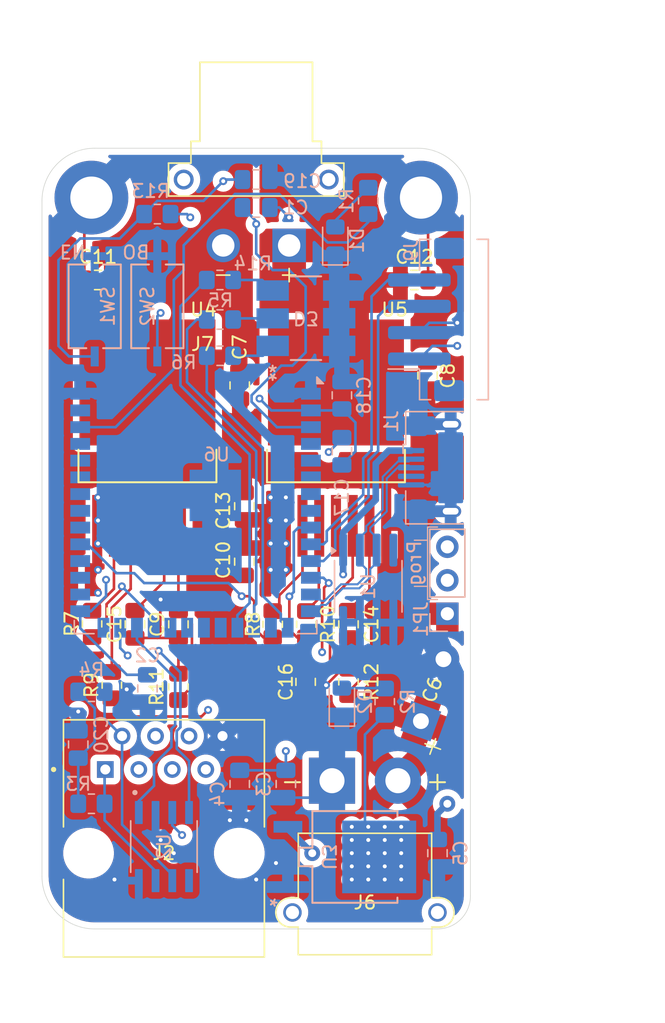
<source format=kicad_pcb>
(kicad_pcb (version 20240108) (generator "pcbnew") (generator_version "8.0")
  (layers (0 "F.Cu" signal) (1 "In1.Cu" signal) (2 "In2.Cu" signal) (31 "B.Cu" signal) (34 "B.Paste" user) (35 "F.Paste" user) (36 "B.SilkS" user "B.Silkscreen") (37 "F.SilkS" user "F.Silkscreen") (38 "B.Mask" user) (39 "F.Mask" user) (44 "Edge.Cuts" user))
  (net 0 "")
  (net 1 "EN_PB")
  (net 2 "GND")
  (net 3 "GPIO_0")
  (net 4 "+5V")
  (net 5 "+24V")
  (net 6 "J2+")
  (net 7 "J2-")
  (net 8 "Net-(U4-IS)")
  (net 9 "Net-(U5-IS)")
  (net 10 "Net-(U4-SR)")
  (net 11 "Net-(U5-SR)")
  (net 12 "+3.3V")
  (net 13 "Net-(D1-A)")
  (net 14 "Net-(D2-A)")
  (net 15 "Net-(D3-Pad1)")
  (net 16 "LED_B")
  (net 17 "LED_G")
  (net 19 "USB_P")
  (net 20 "USB_N")
  (net 24 "CANH")
  (net 26 "CANL")
  (net 27 "ENC_QUAD_A")
  (net 28 "ENC_QUAD_B")
  (net 29 "LED_BUILDIN")
  (net 30 "LED_R")
  (net 31 "J2_IN_1")
  (net 32 "Net-(U4-IN)")
  (net 33 "Net-(U5-IN)")
  (net 34 "J2_IN_2")
  (net 35 "J2_EN_1")
  (net 36 "Net-(U4-EN_(INH))")
  (net 37 "J2_EN_2")
  (net 38 "Net-(U5-EN_(INH))")
  (net 40 "RXC")
  (net 42 "TXC")
  (net 64 "Net-(C20-Pad2)")
  (net 65 "Net-(D3-Pad3)")
  (net 66 "Net-(D3-Pad2)")
  (net 67 "Net-(JP1-C)")
  (footprint "footprints:PG-TO263-7-1_INF-M" (layer "F.Cu") (at 36.55 35)
    (property "Reference" "U5")
    (property "Value" "BTN8962TA")
  )
  (footprint "Capacitor_THT:CP_Radial_D12.5mm_P5.00mm" (layer "F.Cu") (at 42.994949 57.978832 70)
    (property "Reference" "C6")
    (property "Value" "470uF")
  )
  (footprint "54601-908WPLF:AMPHENOL_54601-908WPLF" (layer "F.Cu") (at 23.5 68)
    (property "Reference" "J2")
    (property "Value" "RJ45")
  )
  (footprint "Capacitor_SMD:C_0805_2012Metric_Pad1.18x1.45mm_HandSolder" (layer "F.Cu") (at 29.6 45.8796 90)
    (property "Reference" "C10")
    (property "Value" "100nF")
  )
  (footprint "MountingHole:MountingHole_3.2mm_M3_DIN965_Pad_TopBottom" (layer "F.Cu") (at 43 18.25)
    (property "Reference" "H2" (hide yes))
    (property "Value" "MountingHole_Pad")
  )
  (footprint "Capacitor_SMD:C_0805_2012Metric_Pad1.18x1.45mm_HandSolder" (layer "F.Cu") (at 29.6 41.6671 -90)
    (property "Reference" "C13")
    (property "Value" "100nF")
  )
  (footprint "Connector_AMASS:AMASS_XT30PW-M_1x02_P2.50mm_Horizontal" (layer "F.Cu") (at 36.25 62.5 180)
    (property "Reference" "J6")
    (property "Value" "XT30PW-M")
  )
  (footprint "Capacitor_SMD:C_0805_2012Metric_Pad1.18x1.45mm_HandSolder" (layer "F.Cu") (at 43.5 31.75 90)
    (property "Reference" "C8")
    (property "Value" "220nF")
  )
  (footprint "Capacitor_SMD:C_0805_2012Metric_Pad1.18x1.45mm_HandSolder" (layer "F.Cu") (at 29.25 32.5 90)
    (property "Reference" "C7")
    (property "Value" "220nF")
  )
  (footprint "Capacitor_SMD:C_0805_2012Metric_Pad1.18x1.45mm_HandSolder" (layer "F.Cu") (at 42.5 24.5)
    (property "Reference" "C12")
    (property "Value" "220nF")
  )
  (footprint "Resistor_SMD:R_0805_2012Metric_Pad1.20x1.40mm_HandSolder" (layer "F.Cu") (at 37.5 55 90)
    (property "Reference" "R12")
    (property "Value" "1k")
  )
  (footprint "XT30PW-F:AMASS_XT30PW-F" (layer "F.Cu") (at 30.5 16.8796)
    (property "Reference" "J7")
    (property "Value" "XT30PW-F")
  )
  (footprint "Resistor_SMD:R_0805_2012Metric_Pad1.20x1.40mm_HandSolder" (layer "F.Cu") (at 24.6 55.3796 90)
    (property "Reference" "R11")
    (property "Value" "1k")
  )
  (footprint "MountingHole:MountingHole_3.2mm_M3_DIN965_Pad_TopBottom" (layer "F.Cu") (at 18 18.25)
    (property "Reference" "H1" (hide yes))
    (property "Value" "MountingHole_Pad")
  )
  (footprint "footprints:PG-TO263-7-1_INF-M" (layer "F.Cu") (at 22.25 35)
    (property "Reference" "U4")
    (property "Value" "BTN8962TA")
  )
  (footprint "Capacitor_SMD:C_0805_2012Metric_Pad1.18x1.45mm_HandSolder" (layer "F.Cu") (at 24.6 50.6296 -90)
    (property "Reference" "C9")
    (property "Value" "1nF")
  )
  (footprint "Resistor_SMD:R_0805_2012Metric_Pad1.20x1.40mm_HandSolder" (layer "F.Cu") (at 34.3 50.6296 -90)
    (property "Reference" "R10")
    (property "Value" "10k")
  )
  (footprint "Capacitor_SMD:C_0805_2012Metric_Pad1.18x1.45mm_HandSolder" (layer "F.Cu") (at 18.5 24.5 180)
    (property "Reference" "C11")
    (property "Value" "220nF")
  )
  (footprint "Capacitor_SMD:C_0805_2012Metric_Pad1.18x1.45mm_HandSolder" (layer "F.Cu") (at 37.5 50.6296 -90)
    (property "Reference" "C14")
    (property "Value" "1nF")
  )
  (footprint "Capacitor_SMD:C_0805_2012Metric_Pad1.18x1.45mm_HandSolder" (layer "F.Cu") (at 34.25 55 -90)
    (property "Reference" "C16")
    (property "Value" "100nF")
  )
  (footprint "Resistor_SMD:R_0805_2012Metric_Pad1.20x1.40mm_HandSolder" (layer "F.Cu") (at 19.55 55.25 -90)
    (property "Reference" "R9")
    (property "Value" "10k")
  )
  (footprint "Capacitor_SMD:C_0805_2012Metric_Pad1.18x1.45mm_HandSolder" (layer "F.Cu") (at 21.3 50.6296 -90)
    (property "Reference" "C15")
    (property "Value" "100nF")
  )
  (footprint "Resistor_SMD:R_0805_2012Metric_Pad1.20x1.40mm_HandSolder" (layer "F.Cu") (at 31.75 50.6296 -90)
    (property "Reference" "R8")
    (property "Value" "10k")
  )
  (footprint "Resistor_SMD:R_0805_2012Metric_Pad1.20x1.40mm_HandSolder" (layer "F.Cu") (at 18.05 50.6 -90)
    (property "Reference" "R7")
    (property "Value" "10k")
  )
  (footprint "CLP6C-FKB-CKNPRGJBB7A363:CLP6C-FKB-CKNPRGJBB7A363_CRE" (layer "B.Cu") (at 34.2733 27.400002)
    (property "Reference" "D3")
    (property "Value" "CLP6C-FKB-CKNPRGJBB7A363")
  )
  (footprint "Resistor_SMD:R_0805_2012Metric_Pad1.20x1.40mm_HandSolder" (layer "B.Cu") (at 39 18.5 -90)
    (property "Reference" "R1")
    (property "Value" "1k")
  )
  (footprint "Capacitor_SMD:C_0805_2012Metric_Pad1.18x1.45mm_HandSolder" (layer "B.Cu") (at 37 33.25 90)
    (property "Reference" "C18")
    (property "Value" "100nF")
  )
  (footprint "Resistor_SMD:R_0805_2012Metric_Pad1.20x1.40mm_HandSolder" (layer "B.Cu") (at 27.75 27.5 180)
    (property "Reference" "R5")
    (property "Value" "1k")
  )
  (footprint "Capacitor_SMD:C_0805_2012Metric_Pad1.18x1.45mm_HandSolder" (layer "B.Cu") (at 32.75 62.75 -90)
    (property "Reference" "C3")
    (property "Value" "10uF")
  )
  (footprint "Capacitor_SMD:C_0805_2012Metric_Pad1.18x1.45mm_HandSolder" (layer "B.Cu") (at 30.5 19 180)
    (property "Reference" "C1")
    (property "Value" "100nF")
  )
  (footprint "TJA1050T_CM_118:SOIC127P600X175-8N" (layer "B.Cu") (at 23.5 67.5 -90)
    (property "Reference" "U2")
    (property "Value" "SN65HVD232Q")
  )
  (footprint "Capacitor_SMD:C_0805_2012Metric_Pad1.18x1.45mm_HandSolder" (layer "B.Cu") (at 17 59.75 -90)
    (property "Reference" "C20")
    (property "Value" "47nF")
  )
  (footprint "Capacitor_SMD:C_0805_2012Metric_Pad1.18x1.45mm_HandSolder" (layer "B.Cu") (at 30.5 16.8796)
    (property "Reference" "C19")
    (property "Value" "1uF")
  )
  (footprint "RF_Module:ESP32-S3-WROOM-1" (layer "B.Cu") (at 25.9 38.39 180)
    (property "Reference" "U6")
    (property "Value" "ESP32-S3-WROOM-1")
  )
  (footprint "Connector_PinHeader_2.54mm:PinHeader_1x03_P2.54mm_Vertical" (layer "B.Cu") (at 45 49.83)
    (property "Reference" "JP1")
    (property "Value" "Jumper_3_Open")
  )
  (footprint "Resistor_SMD:R_0805_2012Metric_Pad1.20x1.40mm_HandSolder" (layer "B.Cu") (at 18 64.25)
    (property "Reference" "R3")
    (property "Value" "60")
  )
  (footprint "LED_SMD:LED_0805_2012Metric_Pad1.15x1.40mm_HandSolder" (layer "B.Cu") (at 36.5 21.5 90)
    (property "Reference" "D1")
    (property "Value" "R")
  )
  (footprint "Capacitor_SMD:C_0805_2012Metric_Pad1.18x1.45mm_HandSolder" (layer "B.Cu") (at 22.25 55.5 90)
    (property "Reference" "C2")
    (property "Value" "100nF")
  )
  (footprint "LDO_AZ1117ID-3.3TRG1:TO252-2_AZ1117ID-3.3TRG1_DIO-L" (layer "B.Cu") (at 37.9866 68.286 90)
    (property "Reference" "U3")
    (property "Value" "LD1086DT33TR")
  )
  (footprint "Resistor_SMD:R_0805_2012Metric_Pad1.20x1.40mm_HandSolder" (layer "B.Cu") (at 27.75 30.25 180)
    (property "Reference" "R6")
    (property "Value" "1k")
  )
  (footprint "Capacitor_SMD:C_0805_2012Metric_Pad1.18x1.45mm_HandSolder" (layer "B.Cu") (at 44.25 68 -90)
    (property "Reference" "C5")
    (property "Value" "10uF")
  )
  (footprint "Resistor_SMD:R_0805_2012Metric_Pad1.20x1.40mm_HandSolder" (layer "B.Cu") (at 27.75 24.5 180)
    (property "Reference" "R14")
    (property "Value" "1k")
  )
  (footprint "Connector_JST:JST_PH_B4B-PH-SM4-TB_1x04-1MP_P2.00mm_Vertical" (layer "B.Cu") (at 43.75 27.5 90)
    (property "Reference" "J9")
    (property "Value" "B4B-XH-A_LF__SN_")
  )
  (footprint "Package_SO:SOIC-8-1EP_3.9x4.9mm_P1.27mm_EP2.29x3mm" (layer "B.Cu") (at 39 47.75 -90)
    (property "Reference" "U1")
    (property "Value" "~")
  )
  (footprint "TS09_63_25_WT_160_SMT_TR:SW_TS09-63-25_CUD" (layer "B.Cu") (at 23 26.5 -90)
    (property "Reference" "SW2")
    (property "Value" "TS09-63-25-WT-160-SMT-TR")
  )
  (footprint "Capacitor_SMD:C_0805_2012Metric_Pad1.18x1.45mm_HandSolder" (layer "B.Cu") (at 29.25 62.75 -90)
    (property "Reference" "C4")
    (property "Value" "100nF")
  )
  (footprint "Resistor_SMD:R_0805_2012Metric_Pad1.20x1.40mm_HandSolder" (layer "B.Cu") (at 18 55.75 180)
    (property "Reference" "R4")
    (property "Value" "60")
  )
  (footprint "Capacitor_SMD:C_0805_2012Metric_Pad1.18x1.45mm_HandSolder" (layer "B.Cu") (at 37 37.5 90)
    (property "Reference" "C17")
    (property "Value" "22uF")
  )
  (footprint "Resistor_SMD:R_0805_2012Metric_Pad1.20x1.40mm_HandSolder" (layer "B.Cu") (at 40.25 56.5 -90)
    (property "Reference" "R2")
    (property "Value" "1k")
  )
  (footprint "TS09_63_25_WT_160_SMT_TR:SW_TS09-63-25_CUD" (layer "B.Cu") (at 18.25 26.5 -90)
    (property "Reference" "SW1")
    (property "Value" "TS09-63-25-WT-160-SMT-TR")
  )
  (footprint "Connector_USB:USB_Micro-B_Amphenol_10118193-0001LF_Horizontal" (layer "B.Cu") (at 45.25 38.75 -90)
    (property "Reference" "J1")
    (property "Value" "USB_B_Micro")
  )
  (footprint "LED_SMD:LED_0805_2012Metric_Pad1.15x1.40mm_HandSolder" (layer "B.Cu") (at 37 56.5 90)
    (property "Reference" "D2")
    (property "Value" "R")
  )
  (footprint "Resistor_SMD:R_0805_2012Metric_Pad1.20x1.40mm_HandSolder" (layer "B.Cu") (at 23 19.5 180)
    (property "Reference" "R13")
    (property "Value" "10k")
  )
  (gr_line (start 43.5 48.75) (end 44.25 48.75) (stroke (width 0.1)) (layer "B.SilkS"))
  (gr_line (start 43.5 44.25) (end 42.5 44.25) (stroke (width 0.1)) (layer "B.SilkS"))
  (gr_line (start 44.25 43.25) (end 43.5 43.25) (stroke (width 0.1)) (layer "B.SilkS"))
  (gr_line (start 42.5 47.75) (end 43.5 47.75) (stroke (width 0.1)) (layer "B.SilkS"))
  (gr_line (start 43.5 43.25) (end 43.5 48.75) (stroke (width 0.1)) (layer "B.SilkS"))
  (gr_arc (start 18.25 73.75) (mid 15.421573 72.578427) (end 14.25 69.75) (stroke (width 0.05)) (layer "Edge.Cuts"))
  (gr_arc (start 46.75 71.25) (mid 46.017767 73.017767) (end 44.25 73.75) (stroke (width 0.05)) (layer "Edge.Cuts"))
  (gr_arc (start 42.75 14.499999) (mid 45.578427 15.671572) (end 46.75 18.499999) (stroke (width 0.05)) (layer "Edge.Cuts"))
  (gr_arc (start 14.25 18.5) (mid 15.421573 15.671573) (end 18.25 14.5) (stroke (width 0.05)) (layer "Edge.Cuts"))
  (gr_line (start 18.25 14.5) (end 42.75 14.499999) (stroke (width 0.05)) (layer "Edge.Cuts"))
  (gr_line (start 18.25 73.75) (end 44.25 73.75) (stroke (width 0.05)) (layer "Edge.Cuts"))
  (gr_line (start 14.25 18.5) (end 14.25 69.75) (stroke (width 0.05)) (layer "Edge.Cuts"))
  (gr_line (start 46.75 71.25) (end 46.75 18.499999) (stroke (width 0.05)) (layer "Edge.Cuts"))
  (gr_text "EN" (at 15.5 21.75 180) (layer "B.SilkS") (effects (font (size 1 1)) (justify left bottom mirror)))
  (gr_text "BO" (at 22.5 23 0) (layer "B.SilkS") (effects (font (size 1 1)) (justify left bottom mirror)))
  (gr_text "*" (at 31.5 71.75 -90) (layer "B.SilkS") (effects (font (size 1 1)) (justify mirror)))
  (gr_text "Prog" (at 42.5 46 90) (layer "B.SilkS") (effects (font (size 1 1)) (justify mirror)))
  (via (at 28 17) (size 0.6) (drill 0.3) (layers "F.Cu" "B.Cu") (net 1))
  (via (at 30.5 20.25) (size 0.6) (drill 0.3) (layers "F.Cu" "B.Cu") (net 1))
  (segment (start 34.25 30) (end 34.25 25) (width 0.2) (layer "B.Cu") (net 1))
  (segment (start 34.65 35.67) (end 32.071471 35.67) (width 0.2) (layer "B.Cu") (net 1))
  (segment (start 15.5 29.5) (end 15.5 23) (width 0.2) (layer "B.Cu") (net 1))
  (segment (start 30.5 20.0375) (end 29.4625 19) (width 0.2) (layer "B.Cu") (net 1))
  (segment (start 16.30365 30.30365) (end 15.5 29.5) (width 0.2) (layer "B.Cu") (net 1))
  (segment (start 30.15 33.251471) (end 32.401471 31) (width 0.2) (layer "B.Cu") (net 1))
  (segment (start 17.15 21.35) (end 20.15 21.35) (width 0.2) (layer "B.Cu") (net 1))
  (segment (start 33.25 31) (end 34.25 30) (width 0.2) (layer "B.Cu") (net 1))
  (segment (start 32.401471 31) (end 33.25 31) (width 0.2) (layer "B.Cu") (net 1))
  (segment (start 26.5 18.5) (end 28 17) (width 0.2) (layer "B.Cu") (net 1))
  (segment (start 15.5 23) (end 17.15 21.35) (width 0.2) (layer "B.Cu") (net 1))
  (segment (start 30.15 33.748529) (end 30.15 33.251471) (width 0.2) (layer "B.Cu") (net 1))
  (segment (start 20.15 21.35) (end 22 19.5) (width 0.2) (layer "B.Cu") (net 1))
  (segment (start 31.75 23.75) (end 30.5 22.5) (width 0.2) (layer "B.Cu") (net 1))
  (segment (start 30.5 22.5) (end 30.5 20.25) (width 0.2) (layer "B.Cu") (net 1))
  (segment (start 18.25 30.30365) (end 16.30365 30.30365) (width 0.2) (layer "B.Cu") (net 1))
  (segment (start 30.5 20.25) (end 30.5 20.0375) (width 0.2) (layer "B.Cu") (net 1))
  (segment (start 28.1204 16.8796) (end 29.4625 16.8796) (width 0.2) (layer "B.Cu") (net 1))
  (segment (start 34.25 25) (end 33 23.75) (width 0.2) (layer "B.Cu") (net 1))
  (segment (start 28 17) (end 28.1204 16.8796) (width 0.2) (layer "B.Cu") (net 1))
  (segment (start 22 19.5) (end 23 18.5) (width 0.2) (layer "B.Cu") (net 1))
  (segment (start 23 18.5) (end 26.5 18.5) (width 0.2) (layer "B.Cu") (net 1))
  (segment (start 32.071471 35.67) (end 30.15 33.748529) (width 0.2) (layer "B.Cu") (net 1))
  (segment (start 33 23.75) (end 31.75 23.75) (width 0.2) (layer "B.Cu") (net 1))
  (segment (start 37.5 51.6671) (end 37.5 54) (width 0.2) (layer "F.Cu") (net 2))
  (segment (start 24.6 54.3796) (end 24.6 51.6671) (width 0.2) (layer "F.Cu") (net 2))
  (segment (start 23 51.6671) (end 24.6 51.6671) (width 0.2) (layer "F.Cu") (net 2))
  (segment (start 17.4625 24.5) (end 17.4625 19.7875) (width 0.2) (layer "F.Cu") (net 2))
  (segment (start 23 51.6671) (end 23.222937 51.444163) (width 0.2) (layer "F.Cu") (net 2))
  (segment (start 23.222937 48.777063) (end 23.25 48.75) (width 0.2) (layer "F.Cu") (net 2))
  (segment (start 21.3 51.6671) (end 23 51.6671) (width 0.2) (layer "F.Cu") (net 2))
  (segment (start 35.0125 56.0375) (end 35.8 55.25) (width 0.2) (layer "F.Cu") (net 2))
  (segment (start 43.5375 19.7875) (end 43 19.25) (width 0.2) (layer "F.Cu") (net 2))
  (segment (start 24.6375 51.6296) (end 24.6 51.6671) (width 0.2) (layer "F.Cu") (net 2))
  (segment (start 34.25 56.0375) (end 35.0125 56.0375) (width 0.2) (layer "F.Cu") (net 2))
  (segment (start 43.5375 24.5) (end 43.5375 19.7875) (width 0.2) (layer "F.Cu") (net 2))
  (segment (start 37.5 54) (end 37.05 54) (width 0.2) (layer "F.Cu") (net 2))
  (segment (start 37.05 54) (end 35.8 55.25) (width 0.2) (layer "F.Cu") (net 2))
  (segment (start 23.222937 51.444163) (end 23.222937 48.777063) (width 0.2) (layer "F.Cu") (net 2))
  (segment (start 17.4625 19.7875) (end 18 19.25) (width 0.2) (layer "F.Cu") (net 2))
  (via (at 31.6 42.75) (size 0.6) (drill 0.3) (layers "F.Cu" "B.Cu") (net 2))
  (via (at 18.5 41) (size 0.6) (drill 0.3) (layers "F.Cu" "B.Cu") (net 2))
  (via (at 18.5 42.75) (size 0.6) (drill 0.3) (layers "F.Cu" "B.Cu") (net 2))
  (via (at 18.5 44.5) (size 0.6) (drill 0.3) (layers "F.Cu" "B.Cu") (net 2))
  (via (at 19.75 70) (size 0.6) (drill 0.3) (layers "F.Cu" "B.Cu") (net 2))
  (via (at 23.25 67) (size 0.6) (drill 0.3) (layers "F.Cu" "B.Cu") (net 2))
  (via (at 32.75 41) (size 0.6) (drill 0.3) (layers "F.Cu" "B.Cu") (net 2))
  (via (at 33 19.75) (size 0.6) (drill 0.3) (layers "F.Cu" "B.Cu") (net 2))
  (via (at 31.6 44.5) (size 0.6) (drill 0.3) (layers "F.Cu" "B.Cu") (net 2))
  (via (at 31.6 46.5) (size 0.6) (drill 0.3) (layers "F.Cu" "B.Cu") (net 2))
  (via (at 23.25 48.75) (size 0.6) (drill 0.3) (layers "F.Cu" "B.Cu") (net 2))
  (via (at 32.75 46.5) (size 0.6) (drill 0.3) (layers "F.Cu" "B.Cu") (net 2))
  (via (at 29.75 65.5) (size 0.6) (drill 0.3) (layers "F.Cu" "B.Cu") (net 2))
  (via (at 32.75 42.75) (size 0.6) (drill 0.3) (layers "F.Cu" "B.Cu") (net 2))
  (via (at 20.676514 55.566865) (size 0.6) (drill 0.3) (layers "F.Cu" "B.Cu") (net 2))
  (via (at 18.5 46.5) (size 0.6) (drill 0.3) (layers "F.Cu" "B.Cu") (net 2))
  (via (at 17 57.25) (size 0.6) (drill 0.3) (layers "F.Cu" "B.Cu") (net 2))
  (via (at 32 68.75) (size 0.6) (drill 0.3) (layers "F.Cu" "B.Cu") (net 2))
  (via (at 18.5 48.25) (size 0.6) (drill 0.3) (layers "F.Cu" "B.Cu") (net 2))
  (via (at 28.5 65.5) (size 0.6) (drill 0.3) (layers "F.Cu" "B.Cu") (net 2))
  (via (at 35.8 55.25) (size 0.6) (drill 0.3) (layers "F.Cu" "B.Cu") (net 2))
  (via (at 24.25 68) (size 0.6) (drill 0.3) (layers "F.Cu" "B.Cu") (net 2))
  (via (at 45.75 27.75) (size 0.6) (drill 0.3) (layers "F.Cu" "B.Cu") (net 2))
  (via (at 32.75 44.5) (size 0.6) (drill 0.3) (layers "F.Cu" "B.Cu") (net 2))
  (via (at 30.5 70) (size 0.6) (drill 0.3) (layers "F.Cu" "B.Cu") (net 2))
  (via (at 31.6 41) (size 0.6) (drill 0.3) (layers "F.Cu" "B.Cu") (net 2))
  (via (at 36 37.557402) (size 0.6) (drill 0.3) (layers "F.Cu" "B.Cu") (net 2))
  (segment (start 22.25 56.5375) (end 21.647149 56.5375) (width 0.2) (layer "B.Cu") (net 2))
  (segment (start 32.75 63.7875) (end 34.9625 63.7875) (width 0.2) (layer "B.Cu") (net 2))
  (segment (start 45.75 27.75) (end 43.625 27.75) (width 0.2) (layer "B.Cu") (net 2))
  (segment (start 17 58.7125) (end 17 57.25) (width 0.2) (layer "B.Cu") (net 2))
  (segment (start 37 36.4625) (end 37 36.557402) (width 0.2) (layer "B.Cu") (net 2))
  (segment (start 21.647149 56.5375) (end 20.676514 55.566865) (width 0.2) (layer "B.Cu") (net 2))
  (segment (start 41.75 28.5) (end 42.875 28.5) (width 0.2) (layer "B.Cu") (net 2))
  (segment (start 42.25 40.05) (end 45.15 40.05) (width 0.2) (layer "B.Cu") (net 2))
  (segment (start 37 36.557402) (end 36 37.557402) (width 0.2) (layer "B.Cu") (net 2))
  (segment (start 43.625 27.75) (end 42.875 28.5) (width 0.2) (layer "B.Cu") (net 2))
  (segment (start 45.15 40.05) (end 45.25 39.95) (width 0.2) (layer "B.Cu") (net 2))
  (segment (start 31.5375 19) (end 32.25 19) (width 0.2) (layer "B.Cu") (net 2))
  (segment (start 34.9625 63.7875) (end 36.25 62.5) (width 0.2) (layer "B.Cu") (net 2))
  (segment (start 32.25 19) (end 33 19.75) (width 0.2) (layer "B.Cu") (net 2))
  (via (at 19.11 47.25) (size 0.6) (drill 0.3) (layers "F.Cu" "B.Cu") (net 3))
  (via (at 23.25 26.999998) (size 0.6) (drill 0.3) (layers "F.Cu" "B.Cu") (net 3))
  (segment (start 23 27.249998) (end 23.25 26.999998) (width 0.2) (layer "B.Cu") (net 3))
  (segment (start 19.11 48.488529) (end 19.11 47.25) (width 0.2) (layer "B.Cu") (net 3))
  (segment (start 17.15 49.64) (end 17.15 50.925) (width 0.2) (layer "B.Cu") (net 3))
  (segment (start 17.15 49.64) (end 17.958529 49.64) (width 0.2) (layer "B.Cu") (net 3))
  (segment (start 20.6875 54.4625) (end 22.25 54.4625) (width 0.2) (layer "B.Cu") (net 3))
  (segment (start 17.958529 49.64) (end 19.11 48.488529) (width 0.2) (layer "B.Cu") (net 3))
  (segment (start 23 29.55365) (end 23 27.249998) (width 0.2) (layer "B.Cu") (net 3))
  (segment (start 17.15 50.925) (end 20.6875 54.4625) (width 0.2) (layer "B.Cu") (net 3))
  (via (at 37.095 46.845) (size 0.6) (drill 0.3) (layers "F.Cu" "B.Cu") (net 4))
  (segment (start 37.095 46.845) (end 37.095 45) (width 0.5) (layer "B.Cu") (net 4))
  (segment (start 37.095 43.655) (end 38.25 42.5) (width 0.5) (layer "B.Cu") (net 4))
  (segment (start 42.25 37.45) (end 40.55 37.45) (width 0.5) (layer "B.Cu") (net 4))
  (segment (start 37.095 45) (end 37.095 43.655) (width 0.5) (layer "B.Cu") (net 4))
  (segment (start 40.55 37.45) (end 39.567986 38.432014) (width 0.5) (layer "B.Cu") (net 4))
  (segment (start 39.567986 41.182014) (end 38.25 42.5) (width 0.5) (layer "B.Cu") (net 4))
  (segment (start 39.567986 38.432014) (end 39.567986 41.182014) (width 0.5) (layer "B.Cu") (net 4))
  (segment (start 25.5 35.5287) (end 22.25 32.2787) (width 0.155814) (layer "F.Cu") (net 6))
  (segment (start 43.5 30.7125) (end 42.75 31.4625) (width 0.155814) (layer "F.Cu") (net 7))
  (segment (start 42.75 31.4625) (end 37.3662 31.4625) (width 0.155814) (layer "F.Cu") (net 7))
  (segment (start 37.3662 31.4625) (end 36.55 32.2787) (width 0.155814) (layer "F.Cu") (net 7))
  (segment (start 24.6 49.5921) (end 24.6 43.3483) (width 0.2) (layer "F.Cu") (net 8))
  (segment (start 25.625 50.6171) (end 24.6 49.5921) (width 0.2) (layer "F.Cu") (net 8))
  (segment (start 24.6 56.3796) (end 25.625 55.3546) (width 0.2) (layer "F.Cu") (net 8))
  (segment (start 25.625 55.3546) (end 25.625 50.6171) (width 0.2) (layer "F.Cu") (net 8))
  (segment (start 24.6 43.3483) (end 24.79 43.1583) (width 0.2) (layer "F.Cu") (net 8))
  (segment (start 37.5 49.5921) (end 39.09 48.0021) (width 0.2) (layer "F.Cu") (net 9))
  (segment (start 38.525 54.725) (end 38.525 50.6171) (width 0.2) (layer "F.Cu") (net 9))
  (segment (start 39.09 48.0021) (end 39.09 43.1583) (width 0.2) (layer "F.Cu") (net 9))
  (segment (start 37.5 55.75) (end 38.525 54.725) (width 0.2) (layer "F.Cu") (net 9))
  (segment (start 38.525 50.6171) (end 37.5 49.5921) (width 0.2) (layer "F.Cu") (net 9))
  (segment (start 37.5 56) (end 37.5 55.75) (width 0.2) (layer "F.Cu") (net 9))
  (segment (start 23.52 47.3721) (end 21.3 49.5921) (width 0.2) (layer "F.Cu") (net 10))
  (segment (start 23.52 43.1583) (end 23.52 47.3721) (width 0.2) (layer "F.Cu") (net 10))
  (segment (start 35.636029 53.9625) (end 36.1 53.498529) (width 0.2) (layer "F.Cu") (net 11))
  (segment (start 34.25 53.9625) (end 35.636029 53.9625) (width 0.2) (layer "F.Cu") (net 11))
  (segment (start 36.1 53.498529) (end 36.1 48.805486) (width 0.2) (layer "F.Cu") (net 11))
  (segment (start 37.82 47.085486) (end 37.82 43.1583) (width 0.2) (layer "F.Cu") (net 11))
  (segment (start 36.1 48.805486) (end 37.82 47.085486) (width 0.2) (layer "F.Cu") (net 11))
  (via (at 41.5 69) (size 0.6) (drill 0.3) (layers "F.Cu" "B.Cu") (net 12))
  (via (at 41.5 68) (size 0.6) (drill 0.3) (layers "F.Cu" "B.Cu") (net 12))
  (via (at 41.5 70) (size 0.6) (drill 0.3) (layers "F.Cu" "B.Cu") (net 12))
  (via (at 41.5 66) (size 0.6) (drill 0.3) (layers "F.Cu" "B.Cu") (net 12))
  (via (at 37.75 66) (size 0.6) (drill 0.3) (layers "F.Cu" "B.Cu") (net 12))
  (via (at 37.75 68) (size 0.6) (drill 0.3) (layers "F.Cu" "B.Cu") (net 12))
  (via (at 40.25 68) (size 0.6) (drill 0.3) (layers "F.Cu" "B.Cu") (net 12))
  (via (at 40.25 66) (size 0.6) (drill 0.3) (layers "F.Cu" "B.Cu") (net 12))
  (via (at 41.5 67) (size 0.6) (drill 0.3) (layers "F.Cu" "B.Cu") (net 12))
  (via (at 37.75 67) (size 0.6) (drill 0.3) (layers "F.Cu" "B.Cu") (net 12))
  (via (at 40.25 67) (size 0.6) (drill 0.3) (layers "F.Cu" "B.Cu") (net 12))
  (via (at 30.75 33.5) (size 0.6) (drill 0.3) (layers "F.Cu" "B.Cu") (net 12))
  (via (at 39 70) (size 0.6) (drill 0.3) (layers "F.Cu" "B.Cu") (net 12))
  (via (at 24.875 66.625) (size 0.6) (drill 0.3) (layers "F.Cu" "B.Cu") (net 12))
  (via (at 39 69) (size 0.6) (drill 0.3) (layers "F.Cu" "B.Cu") (net 12))
  (via (at 39 66) (size 0.6) (drill 0.3) (layers "F.Cu" "B.Cu") (net 12))
  (via (at 25.5 19.75) (size 0.6) (drill 0.3) (layers "F.Cu" "B.Cu") (net 12))
  (via (at 32.75 60.25) (size 0.6) (drill 0.3) (layers "F.Cu" "B.Cu") (net 12))
  (via (at 39 68) (size 0.6) (drill 0.3) (layers "F.Cu" "B.Cu") (net 12))
  (via (at 37.75 69) (size 0.6) (drill 0.3) (layers "F.Cu" "B.Cu") (net 12))
  (via (at 40.25 69) (size 0.6) (drill 0.3) (layers "F.Cu" "B.Cu") (net 12))
  (via (at 37.75 70) (size 0.6) (drill 0.3) (layers "F.Cu" "B.Cu") (net 12))
  (via (at 39 67) (size 0.6) (drill 0.3) (layers "F.Cu" "B.Cu") (net 12))
  (via (at 40.25 70) (size 0.6) (drill 0.3) (layers "F.Cu" "B.Cu") (net 12))
  (via (at 45.75 29.5) (size 0.6) (drill 0.3) (layers "F.Cu" "B.Cu") (net 12))
  (segment (start 32.75 61.7125) (end 29.25 61.7125) (width 0.2) (layer "B.Cu") (net 12))
  (segment (start 24.875 66.625) (end 24.135 65.885) (width 0.2) (layer "B.Cu") (net 12))
  (segment (start 38.75 59) (end 38.75 67.1063) (width 0.2) (layer "B.Cu") (net 12))
  (segment (start 25.25 19.5) (end 25.5 19.75) (width 0.2) (layer "B.Cu") (net 12))
  (segment (start 45.75 29.5) (end 43.875 29.5) (width 0.2) (layer "B.Cu") (net 12))
  (segment (start 34.65 34.4) (end 36.8875 34.4) (width 0.2) (layer "B.Cu") (net 12))
  (segment (start 31.65 34.4) (end 34.65 34.4) (width 0.2) (layer "B.Cu") (net 12))
  (segment (start 38.75 67.1063) (end 39.9297 68.286) (width 0.2) (layer "B.Cu") (net 12))
  (segment (start 36.8875 34.4) (end 37 34.2875) (width 0.2) (layer "B.Cu") (net 12))
  (segment (start 24.135 65.885) (end 24.135 64.915) (width 0.2) (layer "B.Cu") (net 12))
  (segment (start 43.875 29.5) (end 42.875 30.5) (width 0.2) (layer "B.Cu") (net 12))
  (segment (start 40.25 57.5) (end 38.75 59) (width 0.2) (layer "B.Cu") (net 12))
  (segment (start 37 34.2875) (end 38.025 35.3125) (width 0.2) (layer "B.Cu") (net 12))
  (segment (start 38.025 37.5125) (end 37 38.5375) (width 0.2) (layer "B.Cu") (net 12))
  (segment (start 30.75 33.5) (end 31.65 34.4) (width 0.2) (layer "B.Cu") (net 12))
  (segment (start 38.025 35.3125) (end 38.025 37.5125) (width 0.2) (layer "B.Cu") (net 12))
  (segment (start 24 19.5) (end 25.25 19.5) (width 0.2) (layer "B.Cu") (net 12))
  (segment (start 32.75 61.7125) (end 32.75 60.25) (width 0.2) (layer "B.Cu") (net 12))
  (segment (start 36.5 20.475) (end 36.5 20) (width 0.2) (layer "B.Cu") (net 13))
  (segment (start 36.5 20) (end 39 17.5) (width 0.2) (layer "B.Cu") (net 13))
  (segment (start 40.225 55.475) (end 40.25 55.5) (width 0.2) (layer "B.Cu") (net 14))
  (segment (start 37 55.475) (end 40.225 55.475) (width 0.2) (layer "B.Cu") (net 14))
  (segment (start 28.75 30.25) (end 31.0006 30.25) (width 0.2) (layer "B.Cu") (net 15))
  (segment (start 31.0006 30.25) (end 31.7506 29.5) (width 0.2) (layer "B.Cu") (net 15))
  (segment (start 24.75 26.5) (end 26.75 24.5) (width 0.2) (layer "B.Cu") (net 16))
  (segment (start 30 37.75) (end 24.75 32.5) (width 0.2) (layer "B.Cu") (net 16))
  (segment (start 30 49.015) (end 30 37.75) (width 0.2) (layer "B.Cu") (net 16))
  (segment (start 29.075 49.94) (end 30 49.015) (width 0.2) (layer "B.Cu") (net 16))
  (segment (start 29.075 50.89) (end 29.075 49.94) (width 0.2) (layer "B.Cu") (net 16))
  (segment (start 24.75 32.5) (end 24.75 26.5) (width 0.2) (layer "B.Cu") (net 16))
  (segment (start 30.5 37.5) (end 25.25 32.25) (width 0.2) (layer "B.Cu") (net 17))
  (segment (start 26 27.5) (end 26.75 27.5) (width 0.2) (layer "B.Cu") (net 17))
  (segment (start 30.5 49.080686) (end 30.5 37.5) (width 0.2) (layer "B.Cu") (net 17))
  (segment (start 25.25 28.25) (end 26 27.5) (width 0.2) (layer "B.Cu") (net 17))
  (segment (start 30.345 49.235686) (end 30.5 49.080686) (width 0.2) (layer "B.Cu") (net 17))
  (segment (start 30.345 50.89) (end 30.345 49.235686) (width 0.2) (layer "B.Cu") (net 17))
  (segment (start 25.25 32.25) (end 25.25 28.25) (width 0.2) (layer "B.Cu") (net 17))
  (segment (start 42.25 38.75) (end 42.079108 38.579108) (width 0.155814) (layer "B.Cu") (net 19))
  (segment (start 37.063835 47.904107) (end 38.313835 47.904107) (width 0.155814) (layer "B.Cu") (net 19))
  (segment (start 42.079108 38.579108) (end 41.388834 38.579108) (width 0.155814) (layer "B.Cu") (net 19))
  (segment (start 40.404107 42.063835) (end 39.154107 43.313835) (width 0.155814) (layer "B.Cu") (net 19))
  (segment (start 34.65 49.64) (end 34.95 49.64) (width 0.155814) (layer "B.Cu") (net 19))
  (segment (start 41.388834 38.579108) (end 40.404107 39.563835) (width 0.155814) (layer "B.Cu") (net 19))
  (segment (start 38.313835 47.904107) (end 39.154107 47.063835) (width 0.155814) (layer "B.Cu") (net 19))
  (segment (start 34.95 49.64) (end 35.430893 49.159107) (width 0.155814) (layer "B.Cu") (net 19))
  (segment (start 39.635 45.95) (end 39.635 45) (width 0.155814) (layer "B.Cu") (net 19))
  (segment (start 39.154107 43.313835) (end 39.154107 43.569107) (width 0.155814) (layer "B.Cu") (net 19))
  (segment (start 39.154107 46.430893) (end 39.635 45.95) (width 0.155814) (layer "B.Cu") (net 19))
  (segment (start 35.430893 49.159107) (end 35.808835 49.159107) (width 0.155814) (layer "B.Cu") (net 19))
  (segment (start 39.635 44.05) (end 39.635 45) (width 0.155814) (layer "B.Cu") (net 19))
  (segment (start 39.154107 47.063835) (end 39.154107 46.430893) (width 0.155814) (layer "B.Cu") (net 19))
  (segment (start 39.154107 43.569107) (end 39.635 44.05) (width 0.155814) (layer "B.Cu") (net 19))
  (segment (start 35.808835 49.159107) (end 37.063835 47.904107) (width 0.155814) (layer "B.Cu") (net 19))
  (segment (start 40.404107 39.563835) (end 40.404107 42.063835) (width 0.155814) (layer "B.Cu") (net 19))
  (segment (start 41.019693 38.510411) (end 41.019693 38.512365) (width 0.155814) (layer "B.Cu") (net 20))
  (segment (start 42.079108 38.270892) (end 41.259212 38.270892) (width 0.155814) (layer "B.Cu") (net 20))
  (segment (start 42.25 38.1) (end 42.079108 38.270892) (width 0.155814) (layer "B.Cu") (net 20))
  (segment (start 34.65 48.37) (end 34.95 48.37) (width 0.155814) (layer "B.Cu") (net 20))
  (segment (start 34.95 48.37) (end 35.430893 48.850893) (width 0.155814) (layer "B.Cu") (net 20))
  (segment (start 35.681165 48.850893) (end 36.936165 47.595893) (width 0.155814) (layer "B.Cu") (net 20))
  (segment (start 36.936165 47.595893) (end 38.186165 47.595893) (width 0.155814) (layer "B.Cu") (net 20))
  (segment (start 38.845893 43.569107) (end 38.365 44.05) (width 0.155814) (layer "B.Cu") (net 20))
  (segment (start 35.430893 48.850893) (end 35.681165 48.850893) (width 0.155814) (layer "B.Cu") (net 20))
  (segment (start 40.095893 39.436165) (end 40.095893 41.936165) (width 0.155814) (layer "B.Cu") (net 20))
  (segment (start 41.019693 38.512365) (end 40.095893 39.436165) (width 0.155814) (layer "B.Cu") (net 20))
  (segment (start 38.845893 46.430893) (end 38.365 45.95) (width 0.155814) (layer "B.Cu") (net 20))
  (segment (start 41.259212 38.270892) (end 41.019693 38.510411) (width 0.155814) (layer "B.Cu") (net 20))
  (segment (start 38.845893 46.936165) (end 38.845893 46.430893) (width 0.155814) (layer "B.Cu") (net 20))
  (segment (start 38.186165 47.595893) (end 38.845893 46.936165) (width 0.155814) (layer "B.Cu") (net 20))
  (segment (start 38.845893 43.186165) (end 38.845893 43.569107) (width 0.155814) (layer "B.Cu") (net 20))
  (segment (start 38.365 45.95) (end 38.365 45) (width 0.155814) (layer "B.Cu") (net 20))
  (segment (start 40.095893 41.936165) (end 38.845893 43.186165) (width 0.155814) (layer "B.Cu") (net 20))
  (segment (start 38.365 44.05) (end 38.365 45) (width 0.155814) (layer "B.Cu") (net 20))
  (segment (start 22.865 70.085) (end 22.865 69.365) (width 0.2) (layer "B.Cu") (net 24))
  (segment (start 19 65.5) (end 19 64.25) (width 0.2) (layer "B.Cu") (net 24))
  (segment (start 22.865 69.365) (end 19 65.5) (width 0.2) (layer "B.Cu") (net 24))
  (segment (start 19 64.25) (end 19 61.705) (width 0.2) (layer "B.Cu") (net 24))
  (segment (start 19 61.705) (end 19.055 61.65) (width 0.2) (layer "B.Cu") (net 24))
  (segment (start 20.325 65.825) (end 20.325 59.11) (width 0.2) (layer "B.Cu") (net 26))
  (segment (start 19 57.785) (end 20.325 59.11) (width 0.2) (layer "B.Cu") (net 26))
  (segment (start 24.135 69.635) (end 20.325 65.825) (width 0.2) (layer "B.Cu") (net 26))
  (segment (start 19 55.75) (end 19 57.785) (width 0.2) (layer "B.Cu") (net 26))
  (segment (start 24.135 70.085) (end 24.135 69.635) (width 0.2) (layer "B.Cu") (net 26))
  (segment (start 39.75 37.472182) (end 39.017986 38.204196) (width 0.2) (layer "B.Cu") (net 27))
  (segment (start 42.875 26.5) (end 40.5 26.5) (width 0.2) (layer "B.Cu") (net 27))
  (segment (start 35.6 45.83) (end 34.65 45.83) (width 0.2) (layer "B.Cu") (net 27))
  (segment (start 39.017986 40.954196) (end 36.495 43.477182) (width 0.2) (layer "B.Cu") (net 27))
  (segment (start 39.75 27.25) (end 39.75 37.472182) (width 0.2) (layer "B.Cu") (net 27))
  (segment (start 39.017986 38.204196) (end 39.017986 40.954196) (width 0.2) (layer "B.Cu") (net 27))
  (segment (start 36.495 43.477182) (end 36.495 44.935) (width 0.2) (layer "B.Cu") (net 27))
  (segment (start 40.5 26.5) (end 39.75 27.25) (width 0.2) (layer "B.Cu") (net 27))
  (segment (start 36.495 44.935) (end 35.6 45.83) (width 0.2) (layer "B.Cu") (net 27))
  (segment (start 35.85 44.31) (end 35.85 43.556497) (width 0.2) (layer "B.Cu") (net 28))
  (segment (start 39.25 25.75) (end 40.5 24.5) (width 0.2) (layer "B.Cu") (net 28))
  (segment (start 38.617986 40.788511) (end 38.617986 38.03851) (width 0.2) (layer "B.Cu") (net 28))
  (segment (start 35.85 43.556497) (end 38.617986 40.788511) (width 0.2) (layer "B.Cu") (net 28))
  (segment (start 34.65 44.56) (end 35.6 44.56) (width 0.2) (layer "B.Cu") (net 28))
  (segment (start 40.5 24.5) (end 42.875 24.5) (width 0.2) (layer "B.Cu") (net 28))
  (segment (start 35.6 44.56) (end 35.85 44.31) (width 0.2) (layer "B.Cu") (net 28))
  (segment (start 39.25 37.406496) (end 39.25 25.75) (width 0.2) (layer "B.Cu") (net 28))
  (segment (start 38.617986 38.03851) (end 39.25 37.406496) (width 0.2) (layer "B.Cu") (net 28))
  (segment (start 32.2454 17.975) (end 28.890256 17.975) (width 0.2) (layer "B.Cu") (net 29))
  (segment (start 25 23.75) (end 24.25 24.5) (width 0.2) (layer "B.Cu") (net 29))
  (segment (start 24.25 24.5) (end 24.25 31.25) (width 0.2) (layer "B.Cu") (net 29))
  (segment (start 39 19.5) (end 39 20.1) (width 0.2) (layer "B.Cu") (net 29))
  (segment (start 19.83 35.67) (end 17.15 35.67) (width 0.2) (layer "B.Cu") (net 29))
  (segment (start 25 21.865256) (end 25 23.75) (width 0.2) (layer "B.Cu") (net 29))
  (segment (start 35.9204 21.65) (end 32.2454 17.975) (width 0.2) (layer "B.Cu") (net 29))
  (segment (start 37.45 21.65) (end 35.9204 21.65) (width 0.2) (layer "B.Cu") (net 29))
  (segment (start 39 20.1) (end 37.45 21.65) (width 0.2) (layer "B.Cu") (net 29))
  (segment (start 24.25 31.25) (end 19.83 35.67) (width 0.2) (layer "B.Cu") (net 29))
  (segment (start 28.890256 17.975) (end 25 21.865256) (width 0.2) (layer "B.Cu") (net 29))
  (segment (start 32.885 50.89) (end 32.365 50.37) (width 0.2) (layer "B.Cu") (net 30))
  (segment (start 31 37.25) (end 26.75 33) (width 0.2) (layer "B.Cu") (net 30))
  (segment (start 32.365 50.37) (end 32.365 49.84) (width 0.2) (layer "B.Cu") (net 30))
  (segment (start 31 48.475) (end 31 37.25) (width 0.2) (layer "B.Cu") (net 30))
  (segment (start 32.365 49.84) (end 31 48.475) (width 0.2) (layer "B.Cu") (net 30))
  (segment (start 26.75 33) (end 26.75 30.25) (width 0.2) (layer "B.Cu") (net 30))
  (segment (start 19.15 50.5) (end 19.15 49.1) (width 0.2) (layer "F.Cu") (net 31))
  (segment (start 18.05 51.6) (end 19.15 50.5) (width 0.2) (layer "F.Cu") (net 31))
  (segment (start 19.15 49.1) (end 20.31 47.94) (width 0.2) (layer "F.Cu") (net 31))
  (segment (start 20.31 47.94) (end 20.31 47.75) (width 0.2) (layer "F.Cu") (net 31))
  (via (at 20.31 47.75) (size 0.6) (drill 0.3) (layers "F.Cu" "B.Cu") (net 31))
  (segment (start 22.725 50.165) (end 22.725 50.89) (width 0.2) (layer "B.Cu") (net 31))
  (segment (start 20.31 47.75) (end 22.725 50.165) (width 0.2) (layer "B.Cu") (net 31))
  (segment (start 18.05 49.6) (end 19.71 47.94) (width 0.2) (layer "F.Cu") (net 32))
  (segment (start 19.71 47.94) (end 19.71 43.1583) (width 0.2) (layer "F.Cu") (net 32))
  (segment (start 32.25 49.1296) (end 32.25 48.429601) (width 0.2) (layer "F.Cu") (net 33))
  (segment (start 34.01 46.669601) (end 34.01 43.1583) (width 0.2) (layer "F.Cu") (net 33))
  (segment (start 31.75 49.6296) (end 32.25 49.1296) (width 0.2) (layer "F.Cu") (net 33))
  (segment (start 32.25 48.429601) (end 34.01 46.669601) (width 0.2) (layer "F.Cu") (net 33))
  (segment (start 30.35 48.8796) (end 30.35 50.9296) (width 0.2) (layer "F.Cu") (net 34))
  (segment (start 29.9704 48.5) (end 30.35 48.8796) (width 0.2) (layer "F.Cu") (net 34))
  (segment (start 30.35 50.9296) (end 31.05 51.6296) (width 0.2) (layer "F.Cu") (net 34))
  (segment (start 29.4 48.5) (end 29.9704 48.5) (width 0.2) (layer "F.Cu") (net 34))
  (via (at 29.4 48.5) (size 0.6) (drill 0.3) (layers "F.Cu" "B.Cu") (net 34))
  (segment (start 29.4 48.5) (end 28.4 47.5) (width 0.2) (layer "B.Cu") (net 34))
  (segment (start 19.901471 46.75) (end 17.711471 44.56) (width 0.2) (layer "B.Cu") (net 34))
  (segment (start 17.711471 44.56) (end 17.15 44.56) (width 0.2) (layer "B.Cu") (net 34))
  (segment (start 22 47.5) (end 21.25 46.75) (width 0.2) (layer "B.Cu") (net 34))
  (segment (start 21.25 46.75) (end 19.901471 46.75) (width 0.2) (layer "B.Cu") (net 34))
  (segment (start 28.4 47.5) (end 22 47.5) (width 0.2) (layer "B.Cu") (net 34))
  (segment (start 35.65 48.845286) (end 35.65 47.85) (width 0.2) (layer "F.Cu") (net 35))
  (segment (start 20.9296 57.6296) (end 19.55 56.25) (width 0.2) (layer "F.Cu") (net 35))
  (segment (start 35.5 52.75) (end 35.5 48.995286) (width 0.2) (layer "F.Cu") (net 35))
  (segment (start 26.85 57.1296) (end 26.35 57.6296) (width 0.2) (layer "F.Cu") (net 35))
  (segment (start 26.35 57.6296) (end 20.9296 57.6296) (width 0.2) (layer "F.Cu") (net 35))
  (segment (start 35.65 47.85) (end 36 47.5) (width 0.2) (layer "F.Cu") (net 35))
  (segment (start 35.5 48.995286) (end 35.65 48.845286) (width 0.2) (layer "F.Cu") (net 35))
  (via (at 26.85 57.1296) (size 0.6) (drill 0.3) (layers "F.Cu" "B.Cu") (net 35))
  (via (at 35.5 52.75) (size 0.6) (drill 0.3) (layers "F.Cu" "B.Cu") (net 35))
  (via (at 36 47.5) (size 0.6) (drill 0.3) (layers "F.Cu" "B.Cu") (net 35))
  (segment (start 36 47.5) (end 35.6 47.1) (width 0.2) (layer "B.Cu") (net 35))
  (segment (start 35.6 47.1) (end 34.65 47.1) (width 0.2) (layer "B.Cu") (net 35))
  (segment (start 20.98 43.1583) (end 20.98 47.94) (width 0.2) (layer "F.Cu") (net 36))
  (segment (start 19.55 49.37) (end 19.55 54.25) (width 0.2) (layer "F.Cu") (net 36))
  (segment (start 20.98 47.94) (end 19.55 49.37) (width 0.2) (layer "F.Cu") (net 36))
  (segment (start 33.014065 51.043665) (end 33.6 51.6296) (width 0.2) (layer "F.Cu") (net 37))
  (segment (start 33.6 51.6296) (end 34.3 51.6296) (width 0.2) (layer "F.Cu") (net 37))
  (segment (start 33.014065 48.514065) (end 33.014065 51.043665) (width 0.2) (layer "F.Cu") (net 37))
  (via (at 33.014065 48.514065) (size 0.6) (drill 0.3) (layers "F.Cu" "B.Cu") (net 37))
  (segment (start 33.35 48.17813) (end 33.35 43.64) (width 0.2) (layer "B.Cu") (net 37))
  (segment (start 33.7 43.29) (end 34.65 43.29) (width 0.2) (layer "B.Cu") (net 37))
  (segment (start 33.35 43.64) (end 33.7 43.29) (width 0.2) (layer "B.Cu") (net 37))
  (segment (start 33.014065 48.514065) (end 33.35 48.17813) (width 0.2) (layer "B.Cu") (net 37))
  (segment (start 35.25 43.1883) (end 35.28 43.1583) (width 0.2) (layer "F.Cu") (net 38))
  (segment (start 34.3 49.6296) (end 35.25 48.6796) (width 0.2) (layer "F.Cu") (net 38))
  (segment (start 35.25 48.6796) (end 35.25 43.1883) (width 0.2) (layer "F.Cu") (net 38))
  (segment (start 21.455 50.89) (end 21.455 51.84) (width 0.2) (layer "B.Cu") (net 40))
  (segment (start 22.75 61.25) (end 22.75 62.885001) (width 0.2) (layer "B.Cu") (net 40))
  (segment (start 22.75 62.885001) (end 21.595 64.040001) (width 0.2) (layer "B.Cu") (net 40))
  (segment (start 21.595 64.040001) (end 21.595 64.915) (width 0.2) (layer "B.Cu") (net 40))
  (segment (start 24.35 54.735) (end 24.35 58.278438) (width 0.2) (layer "B.Cu") (net 40))
  (segment (start 21.455 51.84) (end 24.35 54.735) (width 0.2) (layer "B.Cu") (net 40))
  (segment (start 24.071 59.929) (end 22.75 61.25) (width 0.2) (layer "B.Cu") (net 40))
  (segment (start 24.35 58.278438) (end 24.071 58.557438) (width 0.2) (layer "B.Cu") (net 40))
  (segment (start 24.071 58.557438) (end 24.071 59.929) (width 0.2) (layer "B.Cu") (net 40))
  (via (at 20.75 53) (size 0.6) (drill 0.3) (layers "F.Cu" "B.Cu") (net 42))
  (via (at 23.106765 52.643235) (size 0.6) (drill 0.3) (layers "F.Cu" "B.Cu") (net 42))
  (segment (start 24.75 54.28647) (end 24.75 58.444124) (width 0.2) (layer "B.Cu") (net 42))
  (segment (start 20.185 52.435) (end 20.185 50.89) (width 0.2) (layer "B.Cu") (net 42))
  (segment (start 20.75 53) (end 20.185 52.435) (width 0.2) (layer "B.Cu") (net 42))
  (segment (start 24.471 60.068062) (end 25.405 61.002062) (width 0.2) (layer "B.Cu") (net 42))
  (segment (start 23.106765 52.643235) (end 24.75 54.28647) (width 0.2) (layer "B.Cu") (net 42))
  (segment (start 25.405 61.002062) (end 25.405 64.915) (width 0.2) (layer "B.Cu") (net 42))
  (segment (start 24.75 58.444124) (end 24.471 58.723124) (width 0.2) (layer "B.Cu") (net 42))
  (segment (start 24.471 58.723124) (end 24.471 60.068062) (width 0.2) (layer "B.Cu") (net 42))
  (segment (start 17 55.75) (end 18.25 57) (width 0.2) (layer "B.Cu") (net 64))
  (segment (start 18.25 59.5375) (end 17 60.7875) (width 0.2) (layer "B.Cu") (net 64))
  (segment (start 18.25 57) (end 18.25 59.5375) (width 0.2) (layer "B.Cu") (net 64))
  (segment (start 17 60.7875) (end 17 64.25) (width 0.2) (layer "B.Cu") (net 64))
  (segment (start 28.75 24.5) (end 30.950599 24.5) (width 0.2) (layer "B.Cu") (net 65))
  (segment (start 30.950599 24.5) (end 31.7506 25.300001) (width 0.2) (layer "B.Cu") (net 65))
  (segment (start 31.7506 27.412352) (end 28.837648 27.412352) (width 0.2) (layer "B.Cu") (net 66))
  (segment (start 28.837648 27.412352) (end 28.75 27.5) (width 0.2) (layer "B.Cu") (net 66))
  (via (at 34.75 68) (size 1.2) (drill 0.6) (layers "F.Cu" "B.Cu") (net 67))
  (via (at 45 64.25) (size 1.2) (drill 0.6) (layers "F.Cu" "B.Cu") (net 67))
  (segment (start 44.25 66.9625) (end 44.25 65) (width 0.5) (layer "B.Cu") (net 67))
  (segment (start 44.25 65) (end 45 64.25) (width 0.5) (layer "B.Cu") (net 67))
  (segment (start 32.8558 66) (end 32.8558 66.1058) (width 0.5) (layer "B.Cu") (net 67))
  (segment (start 32.8558 66.1058) (end 34.75 68) (width 0.5) (layer "B.Cu") (net 67))
  (segment (start 45 46.75) (end 45 47.29) (width 0.5) (layer "B.Cu") (net 67))
  (zone (net 5) (net_name "+24V") (layer "F.Cu") (connect_pads (clearance 0.5)) (min_thickness 0.25) (fill yes (thermal_gap 0.5) (thermal_bridge_width 2))
    (polygon (pts (xy 14.25 14.5) (xy 46.75 14.5) (xy 46.75 73.75) (xy 14.25 73.75)))
  )
  (zone (net 2) (net_name "GND") (layer "F.Cu") (priority 1) (connect_pads (clearance 0.5)) (min_thickness 0.25) (fill yes (thermal_gap 0.5) (thermal_bridge_width 2))
    (polygon (pts (xy 17.5 40.5) (xy 19 40.5) (xy 17.5 40.5) (xy 19 40.5) (xy 19 48.5) (xy 17.5 48.5)))
  )
  (zone (net 7) (net_name "J2-") (layer "F.Cu") (priority 4) (connect_pads (clearance 0.5)) (min_thickness 0.25) (fill yes (thermal_gap 0.5) (thermal_bridge_width 5))
    (polygon (pts (xy 42 14.5) (xy 30.75 14.5) (xy 30.75 37) (xy 42 37)))
  )
  (zone (net 6) (net_name "J2+") (layer "F.Cu") (priority 3) (connect_pads (clearance 0.5)) (min_thickness 0.25) (fill yes (thermal_gap 0.5) (thermal_bridge_width 5))
    (polygon (pts (xy 17 14.5) (xy 30.75 14.5) (xy 30.75 32.5) (xy 27.25 32.5) (xy 27.25 37) (xy 17 37)))
  )
  (zone (net 2) (net_name "GND") (layer "F.Cu") (priority 2) (connect_pads (clearance 0.5)) (min_thickness 0.25) (fill yes (thermal_gap 0.5) (thermal_bridge_width 2))
    (polygon (pts (xy 28.75 41.5) (xy 31.25 41.5) (xy 31.25 40.5) (xy 33.25 40.5) (xy 33.25 40.25) (xy 33.25 40.5) (xy 33.25 48.75) (xy 30.75 48.75) (xy 30.75 46) (xy 28.75 46)))
  )
  (zone (net 2) (net_name "GND") (layer "B.Cu") (connect_pads (clearance 0.5)) (min_thickness 0.25) (fill yes (thermal_gap 0.5) (thermal_bridge_width 2))
    (polygon (pts (xy 14.25 14.5) (xy 46.75 14.5) (xy 46.75 73.75) (xy 14.25 73.75)))
  )
)
</source>
